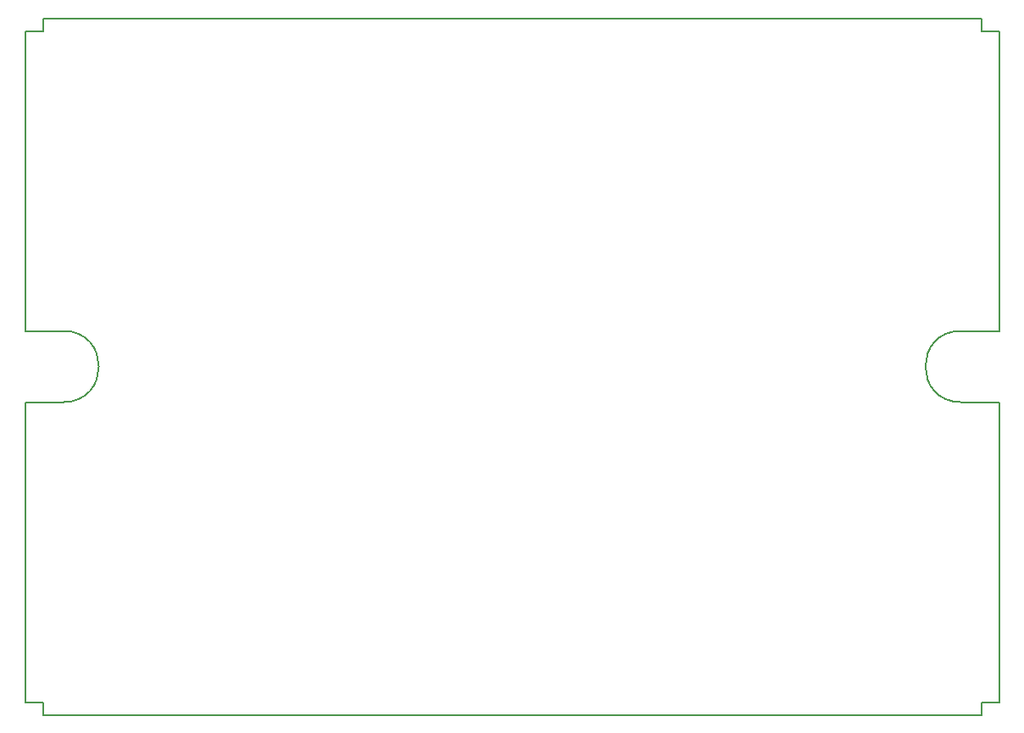
<source format=gm1>
G04 #@! TF.GenerationSoftware,KiCad,Pcbnew,7.0.10-7.0.10~ubuntu22.04.1*
G04 #@! TF.CreationDate,2024-03-30T20:23:11+11:00*
G04 #@! TF.ProjectId,AtariHDisk4,41746172-6948-4446-9973-6b342e6b6963,rev?*
G04 #@! TF.SameCoordinates,Original*
G04 #@! TF.FileFunction,Profile,NP*
%FSLAX46Y46*%
G04 Gerber Fmt 4.6, Leading zero omitted, Abs format (unit mm)*
G04 Created by KiCad (PCBNEW 7.0.10-7.0.10~ubuntu22.04.1) date 2024-03-30 20:23:11*
%MOMM*%
%LPD*%
G01*
G04 APERTURE LIST*
G04 #@! TA.AperFunction,Profile*
%ADD10C,0.150000*%
G04 #@! TD*
G04 APERTURE END LIST*
D10*
X148336000Y-90424000D02*
G75*
G03*
X148336000Y-97536000I0J-3556000D01*
G01*
X58674000Y-97536000D02*
G75*
G03*
X58674000Y-90424000I0J3556000D01*
G01*
X150368000Y-60452000D02*
X150368000Y-59182000D01*
X58674000Y-90424000D02*
X54864000Y-90424000D01*
X150368000Y-128778000D02*
X56642000Y-128778000D01*
X54864000Y-127508000D02*
X56642000Y-127508000D01*
X152146000Y-90424000D02*
X152146000Y-60452000D01*
X54864000Y-60452000D02*
X56642000Y-60452000D01*
X150368000Y-128778000D02*
X150368000Y-127508000D01*
X152146000Y-60452000D02*
X150368000Y-60452000D01*
X152146000Y-97536000D02*
X152146000Y-127508000D01*
X58674000Y-97536000D02*
X54864000Y-97536000D01*
X54864000Y-90424000D02*
X54864000Y-60452000D01*
X152146000Y-127508000D02*
X150368000Y-127508000D01*
X54864000Y-97536000D02*
X54864000Y-127508000D01*
X56642000Y-127508000D02*
X56642000Y-128778000D01*
X152146000Y-90424000D02*
X148336000Y-90424000D01*
X152146000Y-97536000D02*
X148336000Y-97536000D01*
X56642000Y-60452000D02*
X56642000Y-59182000D01*
X56642000Y-59182000D02*
X150368000Y-59182000D01*
M02*

</source>
